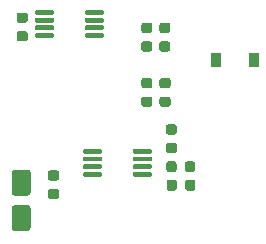
<source format=gbr>
%TF.GenerationSoftware,KiCad,Pcbnew,5.1.6-c6e7f7d~87~ubuntu18.04.1*%
%TF.CreationDate,2021-12-04T00:40:26-08:00*%
%TF.ProjectId,thermocouple-amp,74686572-6d6f-4636-9f75-706c652d616d,rev?*%
%TF.SameCoordinates,Original*%
%TF.FileFunction,Paste,Top*%
%TF.FilePolarity,Positive*%
%FSLAX46Y46*%
G04 Gerber Fmt 4.6, Leading zero omitted, Abs format (unit mm)*
G04 Created by KiCad (PCBNEW 5.1.6-c6e7f7d~87~ubuntu18.04.1) date 2021-12-04 00:40:26*
%MOMM*%
%LPD*%
G01*
G04 APERTURE LIST*
%ADD10R,0.900000X1.200000*%
G04 APERTURE END LIST*
%TO.C,U1*%
G36*
G01*
X156748000Y-88075800D02*
X156748000Y-87875800D01*
G75*
G02*
X156848000Y-87775800I100000J0D01*
G01*
X158273000Y-87775800D01*
G75*
G02*
X158373000Y-87875800I0J-100000D01*
G01*
X158373000Y-88075800D01*
G75*
G02*
X158273000Y-88175800I-100000J0D01*
G01*
X156848000Y-88175800D01*
G75*
G02*
X156748000Y-88075800I0J100000D01*
G01*
G37*
G36*
G01*
X156748000Y-88725800D02*
X156748000Y-88525800D01*
G75*
G02*
X156848000Y-88425800I100000J0D01*
G01*
X158273000Y-88425800D01*
G75*
G02*
X158373000Y-88525800I0J-100000D01*
G01*
X158373000Y-88725800D01*
G75*
G02*
X158273000Y-88825800I-100000J0D01*
G01*
X156848000Y-88825800D01*
G75*
G02*
X156748000Y-88725800I0J100000D01*
G01*
G37*
G36*
G01*
X156748000Y-89375800D02*
X156748000Y-89175800D01*
G75*
G02*
X156848000Y-89075800I100000J0D01*
G01*
X158273000Y-89075800D01*
G75*
G02*
X158373000Y-89175800I0J-100000D01*
G01*
X158373000Y-89375800D01*
G75*
G02*
X158273000Y-89475800I-100000J0D01*
G01*
X156848000Y-89475800D01*
G75*
G02*
X156748000Y-89375800I0J100000D01*
G01*
G37*
G36*
G01*
X156748000Y-90025800D02*
X156748000Y-89825800D01*
G75*
G02*
X156848000Y-89725800I100000J0D01*
G01*
X158273000Y-89725800D01*
G75*
G02*
X158373000Y-89825800I0J-100000D01*
G01*
X158373000Y-90025800D01*
G75*
G02*
X158273000Y-90125800I-100000J0D01*
G01*
X156848000Y-90125800D01*
G75*
G02*
X156748000Y-90025800I0J100000D01*
G01*
G37*
G36*
G01*
X152523000Y-90025800D02*
X152523000Y-89825800D01*
G75*
G02*
X152623000Y-89725800I100000J0D01*
G01*
X154048000Y-89725800D01*
G75*
G02*
X154148000Y-89825800I0J-100000D01*
G01*
X154148000Y-90025800D01*
G75*
G02*
X154048000Y-90125800I-100000J0D01*
G01*
X152623000Y-90125800D01*
G75*
G02*
X152523000Y-90025800I0J100000D01*
G01*
G37*
G36*
G01*
X152523000Y-89375800D02*
X152523000Y-89175800D01*
G75*
G02*
X152623000Y-89075800I100000J0D01*
G01*
X154048000Y-89075800D01*
G75*
G02*
X154148000Y-89175800I0J-100000D01*
G01*
X154148000Y-89375800D01*
G75*
G02*
X154048000Y-89475800I-100000J0D01*
G01*
X152623000Y-89475800D01*
G75*
G02*
X152523000Y-89375800I0J100000D01*
G01*
G37*
G36*
G01*
X152523000Y-88725800D02*
X152523000Y-88525800D01*
G75*
G02*
X152623000Y-88425800I100000J0D01*
G01*
X154048000Y-88425800D01*
G75*
G02*
X154148000Y-88525800I0J-100000D01*
G01*
X154148000Y-88725800D01*
G75*
G02*
X154048000Y-88825800I-100000J0D01*
G01*
X152623000Y-88825800D01*
G75*
G02*
X152523000Y-88725800I0J100000D01*
G01*
G37*
G36*
G01*
X152523000Y-88075800D02*
X152523000Y-87875800D01*
G75*
G02*
X152623000Y-87775800I100000J0D01*
G01*
X154048000Y-87775800D01*
G75*
G02*
X154148000Y-87875800I0J-100000D01*
G01*
X154148000Y-88075800D01*
G75*
G02*
X154048000Y-88175800I-100000J0D01*
G01*
X152623000Y-88175800D01*
G75*
G02*
X152523000Y-88075800I0J100000D01*
G01*
G37*
%TD*%
%TO.C,U2*%
G36*
G01*
X158212000Y-101586000D02*
X158212000Y-101786000D01*
G75*
G02*
X158112000Y-101886000I-100000J0D01*
G01*
X156687000Y-101886000D01*
G75*
G02*
X156587000Y-101786000I0J100000D01*
G01*
X156587000Y-101586000D01*
G75*
G02*
X156687000Y-101486000I100000J0D01*
G01*
X158112000Y-101486000D01*
G75*
G02*
X158212000Y-101586000I0J-100000D01*
G01*
G37*
G36*
G01*
X158212000Y-100936000D02*
X158212000Y-101136000D01*
G75*
G02*
X158112000Y-101236000I-100000J0D01*
G01*
X156687000Y-101236000D01*
G75*
G02*
X156587000Y-101136000I0J100000D01*
G01*
X156587000Y-100936000D01*
G75*
G02*
X156687000Y-100836000I100000J0D01*
G01*
X158112000Y-100836000D01*
G75*
G02*
X158212000Y-100936000I0J-100000D01*
G01*
G37*
G36*
G01*
X158212000Y-100286000D02*
X158212000Y-100486000D01*
G75*
G02*
X158112000Y-100586000I-100000J0D01*
G01*
X156687000Y-100586000D01*
G75*
G02*
X156587000Y-100486000I0J100000D01*
G01*
X156587000Y-100286000D01*
G75*
G02*
X156687000Y-100186000I100000J0D01*
G01*
X158112000Y-100186000D01*
G75*
G02*
X158212000Y-100286000I0J-100000D01*
G01*
G37*
G36*
G01*
X158212000Y-99636000D02*
X158212000Y-99836000D01*
G75*
G02*
X158112000Y-99936000I-100000J0D01*
G01*
X156687000Y-99936000D01*
G75*
G02*
X156587000Y-99836000I0J100000D01*
G01*
X156587000Y-99636000D01*
G75*
G02*
X156687000Y-99536000I100000J0D01*
G01*
X158112000Y-99536000D01*
G75*
G02*
X158212000Y-99636000I0J-100000D01*
G01*
G37*
G36*
G01*
X162437000Y-99636000D02*
X162437000Y-99836000D01*
G75*
G02*
X162337000Y-99936000I-100000J0D01*
G01*
X160912000Y-99936000D01*
G75*
G02*
X160812000Y-99836000I0J100000D01*
G01*
X160812000Y-99636000D01*
G75*
G02*
X160912000Y-99536000I100000J0D01*
G01*
X162337000Y-99536000D01*
G75*
G02*
X162437000Y-99636000I0J-100000D01*
G01*
G37*
G36*
G01*
X162437000Y-100286000D02*
X162437000Y-100486000D01*
G75*
G02*
X162337000Y-100586000I-100000J0D01*
G01*
X160912000Y-100586000D01*
G75*
G02*
X160812000Y-100486000I0J100000D01*
G01*
X160812000Y-100286000D01*
G75*
G02*
X160912000Y-100186000I100000J0D01*
G01*
X162337000Y-100186000D01*
G75*
G02*
X162437000Y-100286000I0J-100000D01*
G01*
G37*
G36*
G01*
X162437000Y-100936000D02*
X162437000Y-101136000D01*
G75*
G02*
X162337000Y-101236000I-100000J0D01*
G01*
X160912000Y-101236000D01*
G75*
G02*
X160812000Y-101136000I0J100000D01*
G01*
X160812000Y-100936000D01*
G75*
G02*
X160912000Y-100836000I100000J0D01*
G01*
X162337000Y-100836000D01*
G75*
G02*
X162437000Y-100936000I0J-100000D01*
G01*
G37*
G36*
G01*
X162437000Y-101586000D02*
X162437000Y-101786000D01*
G75*
G02*
X162337000Y-101886000I-100000J0D01*
G01*
X160912000Y-101886000D01*
G75*
G02*
X160812000Y-101786000I0J100000D01*
G01*
X160812000Y-101586000D01*
G75*
G02*
X160912000Y-101486000I100000J0D01*
G01*
X162337000Y-101486000D01*
G75*
G02*
X162437000Y-101586000I0J-100000D01*
G01*
G37*
%TD*%
%TO.C,R8*%
G36*
G01*
X164340250Y-98329000D02*
X163827750Y-98329000D01*
G75*
G02*
X163609000Y-98110250I0J218750D01*
G01*
X163609000Y-97672750D01*
G75*
G02*
X163827750Y-97454000I218750J0D01*
G01*
X164340250Y-97454000D01*
G75*
G02*
X164559000Y-97672750I0J-218750D01*
G01*
X164559000Y-98110250D01*
G75*
G02*
X164340250Y-98329000I-218750J0D01*
G01*
G37*
G36*
G01*
X164340250Y-99904000D02*
X163827750Y-99904000D01*
G75*
G02*
X163609000Y-99685250I0J218750D01*
G01*
X163609000Y-99247750D01*
G75*
G02*
X163827750Y-99029000I218750J0D01*
G01*
X164340250Y-99029000D01*
G75*
G02*
X164559000Y-99247750I0J-218750D01*
G01*
X164559000Y-99685250D01*
G75*
G02*
X164340250Y-99904000I-218750J0D01*
G01*
G37*
%TD*%
%TO.C,R7*%
G36*
G01*
X164521400Y-100784950D02*
X164521400Y-101297450D01*
G75*
G02*
X164302650Y-101516200I-218750J0D01*
G01*
X163865150Y-101516200D01*
G75*
G02*
X163646400Y-101297450I0J218750D01*
G01*
X163646400Y-100784950D01*
G75*
G02*
X163865150Y-100566200I218750J0D01*
G01*
X164302650Y-100566200D01*
G75*
G02*
X164521400Y-100784950I0J-218750D01*
G01*
G37*
G36*
G01*
X166096400Y-100784950D02*
X166096400Y-101297450D01*
G75*
G02*
X165877650Y-101516200I-218750J0D01*
G01*
X165440150Y-101516200D01*
G75*
G02*
X165221400Y-101297450I0J218750D01*
G01*
X165221400Y-100784950D01*
G75*
G02*
X165440150Y-100566200I218750J0D01*
G01*
X165877650Y-100566200D01*
G75*
G02*
X166096400Y-100784950I0J-218750D01*
G01*
G37*
%TD*%
%TO.C,R5*%
G36*
G01*
X162257450Y-89718400D02*
X161744950Y-89718400D01*
G75*
G02*
X161526200Y-89499650I0J218750D01*
G01*
X161526200Y-89062150D01*
G75*
G02*
X161744950Y-88843400I218750J0D01*
G01*
X162257450Y-88843400D01*
G75*
G02*
X162476200Y-89062150I0J-218750D01*
G01*
X162476200Y-89499650D01*
G75*
G02*
X162257450Y-89718400I-218750J0D01*
G01*
G37*
G36*
G01*
X162257450Y-91293400D02*
X161744950Y-91293400D01*
G75*
G02*
X161526200Y-91074650I0J218750D01*
G01*
X161526200Y-90637150D01*
G75*
G02*
X161744950Y-90418400I218750J0D01*
G01*
X162257450Y-90418400D01*
G75*
G02*
X162476200Y-90637150I0J-218750D01*
G01*
X162476200Y-91074650D01*
G75*
G02*
X162257450Y-91293400I-218750J0D01*
G01*
G37*
%TD*%
%TO.C,R4*%
G36*
G01*
X165246800Y-102872250D02*
X165246800Y-102359750D01*
G75*
G02*
X165465550Y-102141000I218750J0D01*
G01*
X165903050Y-102141000D01*
G75*
G02*
X166121800Y-102359750I0J-218750D01*
G01*
X166121800Y-102872250D01*
G75*
G02*
X165903050Y-103091000I-218750J0D01*
G01*
X165465550Y-103091000D01*
G75*
G02*
X165246800Y-102872250I0J218750D01*
G01*
G37*
G36*
G01*
X163671800Y-102872250D02*
X163671800Y-102359750D01*
G75*
G02*
X163890550Y-102141000I218750J0D01*
G01*
X164328050Y-102141000D01*
G75*
G02*
X164546800Y-102359750I0J-218750D01*
G01*
X164546800Y-102872250D01*
G75*
G02*
X164328050Y-103091000I-218750J0D01*
G01*
X163890550Y-103091000D01*
G75*
G02*
X163671800Y-102872250I0J218750D01*
G01*
G37*
%TD*%
%TO.C,R3*%
G36*
G01*
X161744950Y-95092000D02*
X162257450Y-95092000D01*
G75*
G02*
X162476200Y-95310750I0J-218750D01*
G01*
X162476200Y-95748250D01*
G75*
G02*
X162257450Y-95967000I-218750J0D01*
G01*
X161744950Y-95967000D01*
G75*
G02*
X161526200Y-95748250I0J218750D01*
G01*
X161526200Y-95310750D01*
G75*
G02*
X161744950Y-95092000I218750J0D01*
G01*
G37*
G36*
G01*
X161744950Y-93517000D02*
X162257450Y-93517000D01*
G75*
G02*
X162476200Y-93735750I0J-218750D01*
G01*
X162476200Y-94173250D01*
G75*
G02*
X162257450Y-94392000I-218750J0D01*
G01*
X161744950Y-94392000D01*
G75*
G02*
X161526200Y-94173250I0J218750D01*
G01*
X161526200Y-93735750D01*
G75*
G02*
X161744950Y-93517000I218750J0D01*
G01*
G37*
%TD*%
%TO.C,R2*%
G36*
G01*
X163806850Y-94392000D02*
X163294350Y-94392000D01*
G75*
G02*
X163075600Y-94173250I0J218750D01*
G01*
X163075600Y-93735750D01*
G75*
G02*
X163294350Y-93517000I218750J0D01*
G01*
X163806850Y-93517000D01*
G75*
G02*
X164025600Y-93735750I0J-218750D01*
G01*
X164025600Y-94173250D01*
G75*
G02*
X163806850Y-94392000I-218750J0D01*
G01*
G37*
G36*
G01*
X163806850Y-95967000D02*
X163294350Y-95967000D01*
G75*
G02*
X163075600Y-95748250I0J218750D01*
G01*
X163075600Y-95310750D01*
G75*
G02*
X163294350Y-95092000I218750J0D01*
G01*
X163806850Y-95092000D01*
G75*
G02*
X164025600Y-95310750I0J-218750D01*
G01*
X164025600Y-95748250D01*
G75*
G02*
X163806850Y-95967000I-218750J0D01*
G01*
G37*
%TD*%
%TO.C,R1*%
G36*
G01*
X163781450Y-89718400D02*
X163268950Y-89718400D01*
G75*
G02*
X163050200Y-89499650I0J218750D01*
G01*
X163050200Y-89062150D01*
G75*
G02*
X163268950Y-88843400I218750J0D01*
G01*
X163781450Y-88843400D01*
G75*
G02*
X164000200Y-89062150I0J-218750D01*
G01*
X164000200Y-89499650D01*
G75*
G02*
X163781450Y-89718400I-218750J0D01*
G01*
G37*
G36*
G01*
X163781450Y-91293400D02*
X163268950Y-91293400D01*
G75*
G02*
X163050200Y-91074650I0J218750D01*
G01*
X163050200Y-90637150D01*
G75*
G02*
X163268950Y-90418400I218750J0D01*
G01*
X163781450Y-90418400D01*
G75*
G02*
X164000200Y-90637150I0J-218750D01*
G01*
X164000200Y-91074650D01*
G75*
G02*
X163781450Y-91293400I-218750J0D01*
G01*
G37*
%TD*%
D10*
%TO.C,D1*%
X167818800Y-91998800D03*
X171118800Y-91998800D03*
%TD*%
%TO.C,C2*%
G36*
G01*
X154358050Y-102215200D02*
X153845550Y-102215200D01*
G75*
G02*
X153626800Y-101996450I0J218750D01*
G01*
X153626800Y-101558950D01*
G75*
G02*
X153845550Y-101340200I218750J0D01*
G01*
X154358050Y-101340200D01*
G75*
G02*
X154576800Y-101558950I0J-218750D01*
G01*
X154576800Y-101996450D01*
G75*
G02*
X154358050Y-102215200I-218750J0D01*
G01*
G37*
G36*
G01*
X154358050Y-103790200D02*
X153845550Y-103790200D01*
G75*
G02*
X153626800Y-103571450I0J218750D01*
G01*
X153626800Y-103133950D01*
G75*
G02*
X153845550Y-102915200I218750J0D01*
G01*
X154358050Y-102915200D01*
G75*
G02*
X154576800Y-103133950I0J-218750D01*
G01*
X154576800Y-103571450D01*
G75*
G02*
X154358050Y-103790200I-218750J0D01*
G01*
G37*
%TD*%
%TO.C,C1*%
G36*
G01*
X150808600Y-104286000D02*
X151908600Y-104286000D01*
G75*
G02*
X152158600Y-104536000I0J-250000D01*
G01*
X152158600Y-106236000D01*
G75*
G02*
X151908600Y-106486000I-250000J0D01*
G01*
X150808600Y-106486000D01*
G75*
G02*
X150558600Y-106236000I0J250000D01*
G01*
X150558600Y-104536000D01*
G75*
G02*
X150808600Y-104286000I250000J0D01*
G01*
G37*
G36*
G01*
X150808600Y-101286000D02*
X151908600Y-101286000D01*
G75*
G02*
X152158600Y-101536000I0J-250000D01*
G01*
X152158600Y-103236000D01*
G75*
G02*
X151908600Y-103486000I-250000J0D01*
G01*
X150808600Y-103486000D01*
G75*
G02*
X150558600Y-103236000I0J250000D01*
G01*
X150558600Y-101536000D01*
G75*
G02*
X150808600Y-101286000I250000J0D01*
G01*
G37*
%TD*%
%TO.C,C3*%
G36*
G01*
X151716450Y-88854800D02*
X151203950Y-88854800D01*
G75*
G02*
X150985200Y-88636050I0J218750D01*
G01*
X150985200Y-88198550D01*
G75*
G02*
X151203950Y-87979800I218750J0D01*
G01*
X151716450Y-87979800D01*
G75*
G02*
X151935200Y-88198550I0J-218750D01*
G01*
X151935200Y-88636050D01*
G75*
G02*
X151716450Y-88854800I-218750J0D01*
G01*
G37*
G36*
G01*
X151716450Y-90429800D02*
X151203950Y-90429800D01*
G75*
G02*
X150985200Y-90211050I0J218750D01*
G01*
X150985200Y-89773550D01*
G75*
G02*
X151203950Y-89554800I218750J0D01*
G01*
X151716450Y-89554800D01*
G75*
G02*
X151935200Y-89773550I0J-218750D01*
G01*
X151935200Y-90211050D01*
G75*
G02*
X151716450Y-90429800I-218750J0D01*
G01*
G37*
%TD*%
M02*

</source>
